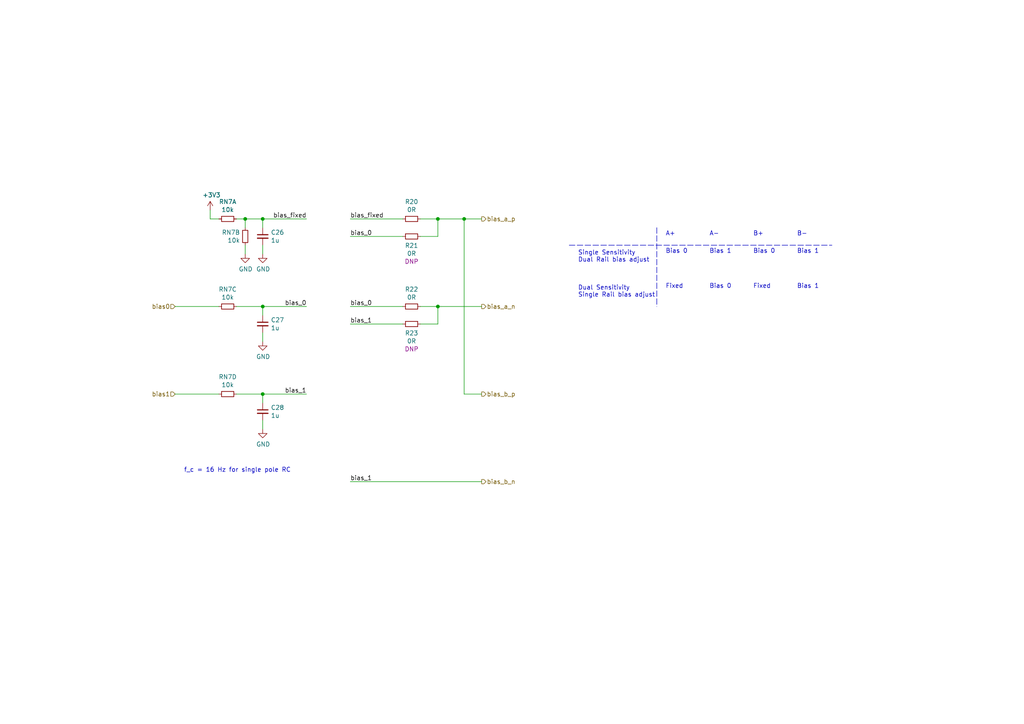
<source format=kicad_sch>
(kicad_sch (version 20211123) (generator eeschema)
  (paper "A4")
  (title_block (title "icE1usb - E1 interface bias generation") (date "2020-08-26") (rev "1.0") (comment 1 "CERN-OHL-S") (comment 2 "(C) 2020 Sylvain Munaut"))
  (lib_symbols
    (symbol "Device:C_Small" (pin_numbers hide) (pin_names (offset 0.254) hide)
      (property "Reference" "C" (at 0.254 1.778 0))
      (property "Value" "C_Small" (at 0.254 -2.032 0))
      (symbol "C_Small_0_1"
        (polyline (pts (xy -1.524 -0.508) (xy 1.524 -0.508)) (stroke (width 0.3302)))
        (polyline (pts (xy -1.524 0.508) (xy 1.524 0.508)) (stroke (width 0.3048)))
      )
      (symbol "C_Small_1_1"
        (pin passive line (at 0 2.54 270) (length 2.032) (name "~") (number "1"))
        (pin passive line (at 0 -2.54 90) (length 2.032) (name "~") (number "2"))
      )
    )
    (symbol "Device:R_Small" (pin_numbers hide) (pin_names (offset 0.254) hide)
      (property "Reference" "R" (at 0.762 0.508 0))
      (property "Value" "R_Small" (at 0.762 -1.016 0))
      (symbol "R_Small_0_1"
        (rectangle (start -0.762 1.778) (end 0.762 -1.778) (stroke (width 0.2032)))
      )
      (symbol "R_Small_1_1"
        (pin passive line (at 0 2.54 270) (length 0.762) (name "~") (number "1"))
        (pin passive line (at 0 -2.54 90) (length 0.762) (name "~") (number "2"))
      )
    )
    (symbol "power:+3V3" (power) (pin_names (offset 0))
      (property "Value" "+3V3" (at 0 3.556 0))
      (symbol "+3V3_0_1"
        (polyline (pts (xy -0.762 1.27) (xy 0 2.54)))
        (polyline (pts (xy 0 0) (xy 0 2.54)))
        (polyline (pts (xy 0 2.54) (xy 0.762 1.27)))
      )
      (symbol "+3V3_1_1"
        (pin power_in line (at 0 0 90) (length 0) hide (name "+3V3") (number "1"))
      )
    )
    (symbol "power:GND" (power) (pin_names (offset 0))
      (property "Value" "GND" (at 0 -3.81 0))
      (symbol "GND_0_1"
        (polyline (pts (xy 0 0) (xy 0 -1.27) (xy 1.27 -1.27) (xy 0 -2.54) (xy -1.27 -1.27) (xy 0 -1.27)))
      )
      (symbol "GND_1_1"
        (pin power_in line (at 0 0 270) (length 0) hide (name "GND") (number "1"))
      )
    )
    (symbol "s47-passive:R_Pack04_Split" (pin_numbers hide) (pin_names (offset 0.254) hide)
      (property "Reference" "RN" (at 0.762 0.508 0))
      (property "Value" "s47-passive_R_Pack04_Split" (at 0.762 -1.016 0))
      (symbol "R_Pack04_Split_0_1"
        (rectangle (start -0.762 1.778) (end 0.762 -1.778) (stroke (width 0.2032)))
      )
      (symbol "R_Pack04_Split_1_1"
        (pin passive line (at 0 2.54 270) (length 0.762) (name "~") (number "1"))
        (pin passive line (at 0 -2.54 90) (length 0.762) (name "~") (number "8"))
      )
      (symbol "R_Pack04_Split_2_1"
        (pin passive line (at 0 2.54 270) (length 0.762) (name "~") (number "2"))
        (pin passive line (at 0 -2.54 90) (length 0.762) (name "~") (number "7"))
      )
      (symbol "R_Pack04_Split_3_1"
        (pin passive line (at 0 2.54 270) (length 0.762) (name "~") (number "3"))
        (pin passive line (at 0 -2.54 90) (length 0.762) (name "~") (number "6"))
      )
      (symbol "R_Pack04_Split_4_1"
        (pin passive line (at 0 2.54 270) (length 0.762) (name "~") (number "4"))
        (pin passive line (at 0 -2.54 90) (length 0.762) (name "~") (number "5"))
      )
    )
  )
  (junction (at 127 63.5))
  (junction (at 134.62 63.5))
  (junction (at 76.2 114.3))
  (junction (at 127 88.9))
  (junction (at 71.12 63.5))
  (junction (at 76.2 88.9))
  (junction (at 76.2 63.5))
  (wire (pts (xy 76.2 88.9) (xy 76.2 91.44)))
  (wire (pts (xy 139.7 139.7) (xy 101.6 139.7)))
  (wire (pts (xy 76.2 63.5) (xy 76.2 66.04)))
  (wire (pts (xy 71.12 63.5) (xy 76.2 63.5)))
  (wire (pts (xy 134.62 114.3) (xy 139.7 114.3)))
  (wire (pts (xy 68.58 63.5) (xy 71.12 63.5)))
  (wire (pts (xy 127 93.98) (xy 127 88.9)))
  (wire (pts (xy 76.2 121.92) (xy 76.2 124.46)))
  (polyline (pts (xy 190.5 66.04) (xy 190.5 88.9)))
  (wire (pts (xy 68.58 114.3) (xy 76.2 114.3)))
  (wire (pts (xy 116.84 63.5) (xy 101.6 63.5)))
  (wire (pts (xy 50.8 88.9) (xy 63.5 88.9)))
  (wire (pts (xy 127 63.5) (xy 121.92 63.5)))
  (wire (pts (xy 127 88.9) (xy 139.7 88.9)))
  (wire (pts (xy 127 68.58) (xy 127 63.5)))
  (wire (pts (xy 76.2 71.12) (xy 76.2 73.66)))
  (wire (pts (xy 116.84 68.58) (xy 101.6 68.58)))
  (wire (pts (xy 121.92 88.9) (xy 127 88.9)))
  (wire (pts (xy 68.58 88.9) (xy 76.2 88.9)))
  (wire (pts (xy 71.12 63.5) (xy 71.12 66.04)))
  (wire (pts (xy 60.96 60.96) (xy 60.96 63.5)))
  (wire (pts (xy 76.2 96.52) (xy 76.2 99.06)))
  (wire (pts (xy 71.12 71.12) (xy 71.12 73.66)))
  (wire (pts (xy 116.84 88.9) (xy 101.6 88.9)))
  (wire (pts (xy 63.5 114.3) (xy 50.8 114.3)))
  (polyline (pts (xy 165.1 71.12) (xy 241.3 71.12)))
  (wire (pts (xy 76.2 63.5) (xy 88.9 63.5)))
  (wire (pts (xy 134.62 63.5) (xy 134.62 114.3)))
  (wire (pts (xy 60.96 63.5) (xy 63.5 63.5)))
  (wire (pts (xy 127 63.5) (xy 134.62 63.5)))
  (wire (pts (xy 121.92 93.98) (xy 127 93.98)))
  (wire (pts (xy 116.84 93.98) (xy 101.6 93.98)))
  (wire (pts (xy 76.2 88.9) (xy 88.9 88.9)))
  (wire (pts (xy 134.62 63.5) (xy 139.7 63.5)))
  (wire (pts (xy 76.2 114.3) (xy 76.2 116.84)))
  (wire (pts (xy 76.2 114.3) (xy 88.9 114.3)))
  (wire (pts (xy 121.92 68.58) (xy 127 68.58)))
  (text "B+" (at 218.44 68.58 0) (effects (font (size 1.27 1.27)) (justify left bottom)))
  (text "Fixed" (at 218.44 83.82 0) (effects (font (size 1.27 1.27)) (justify left bottom)))
  (text "Single Sensitivity\nDual Rail bias adjust" (at 167.64 76.2 0) (effects (font (size 1.27 1.27)) (justify left bottom)))
  (text "B-" (at 231.14 68.58 0) (effects (font (size 1.27 1.27)) (justify left bottom)))
  (text "Bias 1" (at 231.14 73.66 0) (effects (font (size 1.27 1.27)) (justify left bottom)))
  (text "A+" (at 193.04 68.58 0) (effects (font (size 1.27 1.27)) (justify left bottom)))
  (text "Bias 0" (at 218.44 73.66 0) (effects (font (size 1.27 1.27)) (justify left bottom)))
  (text "Bias 1" (at 231.14 83.82 0) (effects (font (size 1.27 1.27)) (justify left bottom)))
  (text "Fixed" (at 193.04 83.82 0) (effects (font (size 1.27 1.27)) (justify left bottom)))
  (text "Bias 0" (at 193.04 73.66 0) (effects (font (size 1.27 1.27)) (justify left bottom)))
  (text "A-" (at 205.74 68.58 0) (effects (font (size 1.27 1.27)) (justify left bottom)))
  (text "Bias 0" (at 205.74 83.82 0) (effects (font (size 1.27 1.27)) (justify left bottom)))
  (text "f_c = 16 Hz for single pole RC" (at 53.34 137.16 0) (effects (font (size 1.27 1.27)) (justify left bottom)))
  (text "Bias 1" (at 205.74 73.66 0) (effects (font (size 1.27 1.27)) (justify left bottom)))
  (text "Dual Sensitivity\nSingle Rail bias adjust" (at 167.64 86.36 0) (effects (font (size 1.27 1.27)) (justify left bottom)))
  (label "bias_1" (at 101.6 93.98 0))
  (label "bias_fixed" (at 101.6 63.5 0))
  (label "bias_1" (at 88.9 114.3 180))
  (label "bias_1" (at 101.6 139.7 0))
  (label "bias_0" (at 101.6 68.58 0))
  (label "bias_0" (at 88.9 88.9 180))
  (label "bias_0" (at 101.6 88.9 0))
  (label "bias_fixed" (at 88.9 63.5 180))
  (hierarchical_label "bias0" (shape input) (at 50.8 88.9 180))
  (hierarchical_label "bias_b_p" (shape output) (at 139.7 114.3 0))
  (hierarchical_label "bias_a_n" (shape output) (at 139.7 88.9 0))
  (hierarchical_label "bias_a_p" (shape output) (at 139.7 63.5 0))
  (hierarchical_label "bias_b_n" (shape output) (at 139.7 139.7 0))
  (hierarchical_label "bias1" (shape input) (at 50.8 114.3 180))
  (symbol (lib_id "Device:R_Small") (at 119.38 63.5 270) (unit 1)
    (property "Reference" "R20" (at 119.38 58.5216 90))
    (property "Value" "0R" (at 119.38 60.833 90))
    (property "Footprint" "Resistor_SMD:R_0603_1608Metric" (effects hide))
  )
  (symbol (lib_id "Device:C_Small") (at 76.2 93.98 0) (unit 1)
    (property "Reference" "C27" (at 78.5368 92.8116 0) (effects (justify left)))
    (property "Value" "1u" (at 78.5368 95.123 0) (effects (justify left)))
    (property "Footprint" "Capacitor_SMD:C_0603_1608Metric" (effects hide))
  )
  (symbol (lib_id "Device:C_Small") (at 76.2 119.38 0) (unit 1)
    (property "Reference" "C28" (at 78.5368 118.2116 0) (effects (justify left)))
    (property "Value" "1u" (at 78.5368 120.523 0) (effects (justify left)))
    (property "Footprint" "Capacitor_SMD:C_0603_1608Metric" (effects hide))
  )
  (symbol (lib_id "power:GND") (at 76.2 99.06 0) (unit 1)
    (property "Reference" "#PWR057" (effects hide))
    (property "Value" "GND" (at 76.327 103.4542 0))
  )
  (symbol (lib_id "power:GND") (at 76.2 124.46 0) (unit 1)
    (property "Reference" "#PWR058" (effects hide))
    (property "Value" "GND" (at 76.327 128.8542 0))
  )
  (symbol (lib_id "Device:C_Small") (at 76.2 68.58 0) (unit 1)
    (property "Reference" "C26" (at 78.5368 67.4116 0) (effects (justify left)))
    (property "Value" "1u" (at 78.5368 69.723 0) (effects (justify left)))
    (property "Footprint" "Capacitor_SMD:C_0603_1608Metric" (effects hide))
  )
  (symbol (lib_id "s47-passive:R_Pack04_Split") (at 66.04 63.5 270) (unit 1)
    (property "Reference" "RN7" (at 66.04 58.5216 90))
    (property "Value" "10k" (at 66.04 60.833 90))
    (property "Footprint" "Resistor_SMD:R_Array_Convex_4x0603" (effects hide))
  )
  (symbol (lib_id "s47-passive:R_Pack04_Split") (at 71.12 68.58 0) (unit 2)
    (property "Reference" "RN7" (at 69.6214 67.4116 0) (effects (justify right)))
    (property "Value" "10k" (at 69.6214 69.723 0) (effects (justify right)))
    (property "Footprint" "Resistor_SMD:R_Array_Convex_4x0603" (effects hide))
  )
  (symbol (lib_id "s47-passive:R_Pack04_Split") (at 66.04 114.3 270) (unit 4)
    (property "Reference" "RN7" (at 66.04 109.3216 90))
    (property "Value" "10k" (at 66.04 111.633 90))
    (property "Footprint" "Resistor_SMD:R_Array_Convex_4x0603" (effects hide))
  )
  (symbol (lib_id "s47-passive:R_Pack04_Split") (at 66.04 88.9 270) (unit 3)
    (property "Reference" "RN7" (at 66.04 83.9216 90))
    (property "Value" "10k" (at 66.04 86.233 90))
    (property "Footprint" "Resistor_SMD:R_Array_Convex_4x0603" (effects hide))
  )
  (symbol (lib_id "power:GND") (at 76.2 73.66 0) (unit 1)
    (property "Reference" "#PWR056" (effects hide))
    (property "Value" "GND" (at 76.327 78.0542 0))
  )
  (symbol (lib_id "power:GND") (at 71.12 73.66 0) (unit 1)
    (property "Reference" "#PWR055" (effects hide))
    (property "Value" "GND" (at 71.247 78.0542 0))
  )
  (symbol (lib_id "power:+3V3") (at 60.96 60.96 0) (unit 1)
    (property "Reference" "#PWR054" (effects hide))
    (property "Value" "+3V3" (at 61.341 56.5658 0))
  )
  (symbol (lib_id "Device:R_Small") (at 119.38 68.58 270) (unit 1)
    (property "Reference" "R21" (at 119.38 71.2216 90))
    (property "Value" "0R" (at 119.38 73.533 90))
    (property "Footprint" "Resistor_SMD:R_0603_1608Metric" (effects hide))
    (property "DNP" "DNP" (at 119.38 75.8444 90))
  )
  (symbol (lib_id "Device:R_Small") (at 119.38 88.9 270) (unit 1)
    (property "Reference" "R22" (at 119.38 83.9216 90))
    (property "Value" "0R" (at 119.38 86.233 90))
    (property "Footprint" "Resistor_SMD:R_0603_1608Metric" (effects hide))
  )
  (symbol (lib_id "Device:R_Small") (at 119.38 93.98 270) (unit 1)
    (property "Reference" "R23" (at 119.38 96.6216 90))
    (property "Value" "0R" (at 119.38 98.933 90))
    (property "Footprint" "Resistor_SMD:R_0603_1608Metric" (effects hide))
    (property "DNP" "DNP" (at 119.38 101.2444 90))
  )
)
</source>
